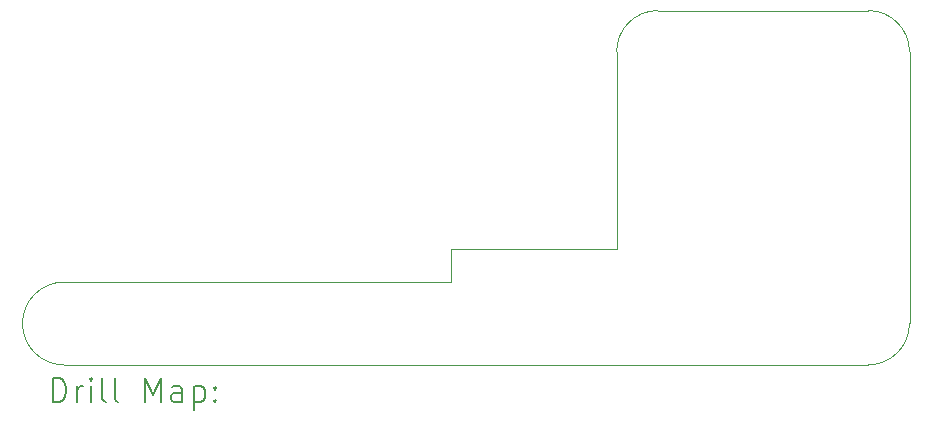
<source format=gbr>
%TF.GenerationSoftware,KiCad,Pcbnew,8.0.8*%
%TF.CreationDate,2025-02-24T22:21:30-07:00*%
%TF.ProjectId,ECE Capstone PCB Design,45434520-4361-4707-9374-6f6e65205043,rev?*%
%TF.SameCoordinates,Original*%
%TF.FileFunction,Drillmap*%
%TF.FilePolarity,Positive*%
%FSLAX45Y45*%
G04 Gerber Fmt 4.5, Leading zero omitted, Abs format (unit mm)*
G04 Created by KiCad (PCBNEW 8.0.8) date 2025-02-24 22:21:30*
%MOMM*%
%LPD*%
G01*
G04 APERTURE LIST*
%ADD10C,0.050000*%
%ADD11C,0.200000*%
G04 APERTURE END LIST*
D10*
X23294987Y-13625000D02*
X20014987Y-13625000D01*
X19664987Y-13975000D02*
G75*
G02*
X20014987Y-13624997I350003J0D01*
G01*
X27174987Y-13975000D02*
X27174987Y-11675000D01*
X23294987Y-13625000D02*
X23294987Y-13345000D01*
X26824987Y-14325000D02*
X20014987Y-14325000D01*
X24694987Y-13345000D02*
X24694987Y-11675000D01*
X26824987Y-11325000D02*
G75*
G02*
X27174990Y-11675000I3J-350000D01*
G01*
X23294987Y-13345000D02*
X24694987Y-13345000D01*
X27174987Y-13975000D02*
G75*
G02*
X26824987Y-14324997I-349997J0D01*
G01*
X25044987Y-11325000D02*
X26824987Y-11325000D01*
X20014987Y-14325000D02*
G75*
G02*
X19664990Y-13975000I3J350000D01*
G01*
X24694987Y-11675000D02*
G75*
G02*
X25044987Y-11324997I350003J0D01*
G01*
D11*
X19923264Y-14638984D02*
X19923264Y-14438984D01*
X19923264Y-14438984D02*
X19970883Y-14438984D01*
X19970883Y-14438984D02*
X19999455Y-14448508D01*
X19999455Y-14448508D02*
X20018502Y-14467555D01*
X20018502Y-14467555D02*
X20028026Y-14486603D01*
X20028026Y-14486603D02*
X20037550Y-14524698D01*
X20037550Y-14524698D02*
X20037550Y-14553269D01*
X20037550Y-14553269D02*
X20028026Y-14591365D01*
X20028026Y-14591365D02*
X20018502Y-14610412D01*
X20018502Y-14610412D02*
X19999455Y-14629460D01*
X19999455Y-14629460D02*
X19970883Y-14638984D01*
X19970883Y-14638984D02*
X19923264Y-14638984D01*
X20123264Y-14638984D02*
X20123264Y-14505650D01*
X20123264Y-14543746D02*
X20132788Y-14524698D01*
X20132788Y-14524698D02*
X20142312Y-14515174D01*
X20142312Y-14515174D02*
X20161359Y-14505650D01*
X20161359Y-14505650D02*
X20180407Y-14505650D01*
X20247074Y-14638984D02*
X20247074Y-14505650D01*
X20247074Y-14438984D02*
X20237550Y-14448508D01*
X20237550Y-14448508D02*
X20247074Y-14458031D01*
X20247074Y-14458031D02*
X20256598Y-14448508D01*
X20256598Y-14448508D02*
X20247074Y-14438984D01*
X20247074Y-14438984D02*
X20247074Y-14458031D01*
X20370883Y-14638984D02*
X20351836Y-14629460D01*
X20351836Y-14629460D02*
X20342312Y-14610412D01*
X20342312Y-14610412D02*
X20342312Y-14438984D01*
X20475645Y-14638984D02*
X20456598Y-14629460D01*
X20456598Y-14629460D02*
X20447074Y-14610412D01*
X20447074Y-14610412D02*
X20447074Y-14438984D01*
X20704217Y-14638984D02*
X20704217Y-14438984D01*
X20704217Y-14438984D02*
X20770883Y-14581841D01*
X20770883Y-14581841D02*
X20837550Y-14438984D01*
X20837550Y-14438984D02*
X20837550Y-14638984D01*
X21018502Y-14638984D02*
X21018502Y-14534222D01*
X21018502Y-14534222D02*
X21008979Y-14515174D01*
X21008979Y-14515174D02*
X20989931Y-14505650D01*
X20989931Y-14505650D02*
X20951836Y-14505650D01*
X20951836Y-14505650D02*
X20932788Y-14515174D01*
X21018502Y-14629460D02*
X20999455Y-14638984D01*
X20999455Y-14638984D02*
X20951836Y-14638984D01*
X20951836Y-14638984D02*
X20932788Y-14629460D01*
X20932788Y-14629460D02*
X20923264Y-14610412D01*
X20923264Y-14610412D02*
X20923264Y-14591365D01*
X20923264Y-14591365D02*
X20932788Y-14572317D01*
X20932788Y-14572317D02*
X20951836Y-14562793D01*
X20951836Y-14562793D02*
X20999455Y-14562793D01*
X20999455Y-14562793D02*
X21018502Y-14553269D01*
X21113740Y-14505650D02*
X21113740Y-14705650D01*
X21113740Y-14515174D02*
X21132788Y-14505650D01*
X21132788Y-14505650D02*
X21170883Y-14505650D01*
X21170883Y-14505650D02*
X21189931Y-14515174D01*
X21189931Y-14515174D02*
X21199455Y-14524698D01*
X21199455Y-14524698D02*
X21208979Y-14543746D01*
X21208979Y-14543746D02*
X21208979Y-14600888D01*
X21208979Y-14600888D02*
X21199455Y-14619936D01*
X21199455Y-14619936D02*
X21189931Y-14629460D01*
X21189931Y-14629460D02*
X21170883Y-14638984D01*
X21170883Y-14638984D02*
X21132788Y-14638984D01*
X21132788Y-14638984D02*
X21113740Y-14629460D01*
X21294693Y-14619936D02*
X21304217Y-14629460D01*
X21304217Y-14629460D02*
X21294693Y-14638984D01*
X21294693Y-14638984D02*
X21285169Y-14629460D01*
X21285169Y-14629460D02*
X21294693Y-14619936D01*
X21294693Y-14619936D02*
X21294693Y-14638984D01*
X21294693Y-14515174D02*
X21304217Y-14524698D01*
X21304217Y-14524698D02*
X21294693Y-14534222D01*
X21294693Y-14534222D02*
X21285169Y-14524698D01*
X21285169Y-14524698D02*
X21294693Y-14515174D01*
X21294693Y-14515174D02*
X21294693Y-14534222D01*
M02*

</source>
